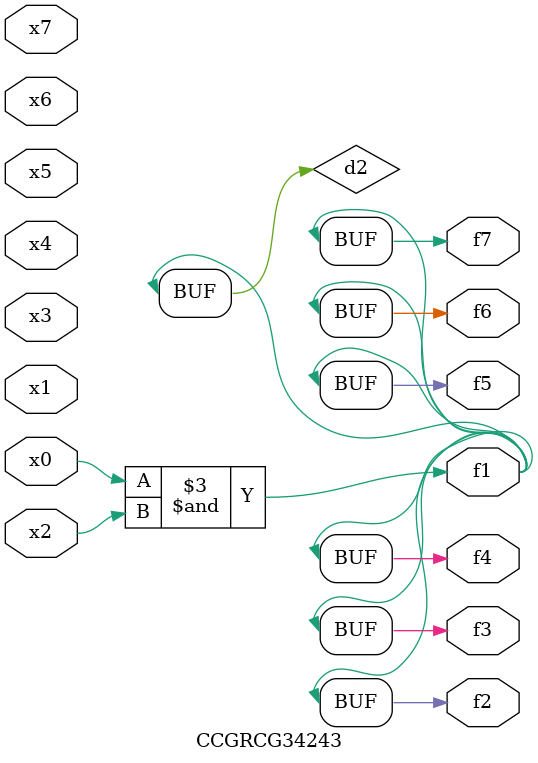
<source format=v>
module CCGRCG34243(
	input x0, x1, x2, x3, x4, x5, x6, x7,
	output f1, f2, f3, f4, f5, f6, f7
);

	wire d1, d2;

	nor (d1, x3, x6);
	and (d2, x0, x2);
	assign f1 = d2;
	assign f2 = d2;
	assign f3 = d2;
	assign f4 = d2;
	assign f5 = d2;
	assign f6 = d2;
	assign f7 = d2;
endmodule

</source>
